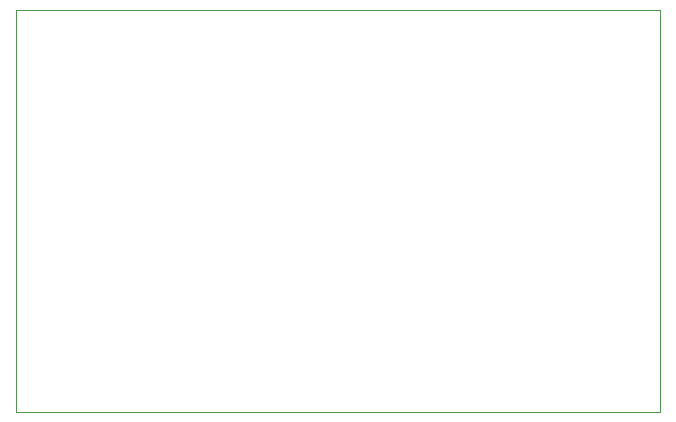
<source format=gm1>
G04 #@! TF.GenerationSoftware,KiCad,Pcbnew,9.0.4*
G04 #@! TF.CreationDate,2025-12-23T06:35:08-05:00*
G04 #@! TF.ProjectId,main_board_peripheral_v2,6d61696e-5f62-46f6-9172-645f70657269,rev?*
G04 #@! TF.SameCoordinates,Original*
G04 #@! TF.FileFunction,Profile,NP*
%FSLAX46Y46*%
G04 Gerber Fmt 4.6, Leading zero omitted, Abs format (unit mm)*
G04 Created by KiCad (PCBNEW 9.0.4) date 2025-12-23 06:35:08*
%MOMM*%
%LPD*%
G01*
G04 APERTURE LIST*
G04 #@! TA.AperFunction,Profile*
%ADD10C,0.050000*%
G04 #@! TD*
G04 APERTURE END LIST*
D10*
X87500000Y-73500000D02*
X142000000Y-73500000D01*
X142000000Y-107500000D01*
X87500000Y-107500000D01*
X87500000Y-73500000D01*
M02*

</source>
